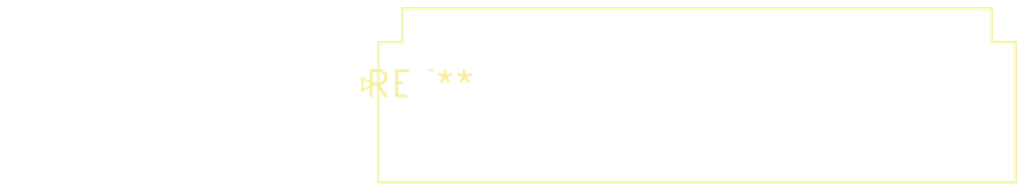
<source format=kicad_pcb>
(kicad_pcb (version 20240108) (generator pcbnew)
  (layers (0 "F.Cu" signal) (31 "B.Cu" signal) (34 "B.Paste" user) (35 "F.Paste" user) (36 "B.SilkS" user "B.Silkscreen") (37 "F.SilkS" user "F.Silkscreen") (38 "B.Mask" user) (39 "F.Mask" user) (44 "Edge.Cuts" user))
  (net 0 "")
  (footprint "JST_VH_B8P-VH-B_1x08_P3.96mm_Vertical" (layer "F.Cu") (at 0 0)
    (property "Reference" "REF**")
    (property "Value" "JST_VH_B8P-VH-B_1x08_P3.96mm_Vertical")
    (fp_line (start -2.86 -0.3) (end -2.26 0) (layer "F.SilkS") (stroke (width 0.12)))
    (fp_line (start -2.86 0.3) (end -2.86 -0.3) (layer "F.SilkS") (stroke (width 0.12)))
    (fp_line (start -2.26 0) (end -2.86 0.3) (layer "F.SilkS") (stroke (width 0.12)))
    (fp_line (start -2.06 -2.11) (end -0.86 -2.11) (layer "F.SilkS") (stroke (width 0.12)))
    (fp_line (start -2.06 4.91) (end -2.06 -2.11) (layer "F.SilkS") (stroke (width 0.12)))
    (fp_line (start -0.86 -3.81) (end 28.58 -3.81) (layer "F.SilkS") (stroke (width 0.12)))
    (fp_line (start -0.86 -2.11) (end -0.86 -3.81) (layer "F.SilkS") (stroke (width 0.12)))
    (fp_line (start 28.58 -3.81) (end 28.58 -2.11) (layer "F.SilkS") (stroke (width 0.12)))
    (fp_line (start 28.58 -2.11) (end 29.78 -2.11) (layer "F.SilkS") (stroke (width 0.12)))
    (fp_line (start 29.78 -2.11) (end 29.78 4.91) (layer "F.SilkS") (stroke (width 0.12)))
    (fp_line (start 29.78 4.91) (end -2.06 4.91) (layer "F.SilkS") (stroke (width 0.12)))
    (pad "1" thru_hole roundrect (at 0 0) (size 2.7 2.7) (drill 1.7) (layers *.Cu *.Mask) (remove_unused_layers) (roundrect_rratio 0.092593))
    (pad "2" thru_hole circle (at 3.96 0) (size 2.7 2.7) (drill 1.7) (layers *.Cu *.Mask) (remove_unused_layers))
    (pad "3" thru_hole circle (at 7.92 0) (size 2.7 2.7) (drill 1.7) (layers *.Cu *.Mask) (remove_unused_layers))
    (pad "4" thru_hole circle (at 11.88 0) (size 2.7 2.7) (drill 1.7) (layers *.Cu *.Mask) (remove_unused_layers))
    (pad "5" thru_hole circle (at 15.84 0) (size 2.7 2.7) (drill 1.7) (layers *.Cu *.Mask) (remove_unused_layers))
    (pad "6" thru_hole circle (at 19.8 0) (size 2.7 2.7) (drill 1.7) (layers *.Cu *.Mask) (remove_unused_layers))
    (pad "7" thru_hole circle (at 23.76 0) (size 2.7 2.7) (drill 1.7) (layers *.Cu *.Mask) (remove_unused_layers))
    (pad "8" thru_hole circle (at 27.72 0) (size 2.7 2.7) (drill 1.7) (layers *.Cu *.Mask) (remove_unused_layers))
  )
)
</source>
